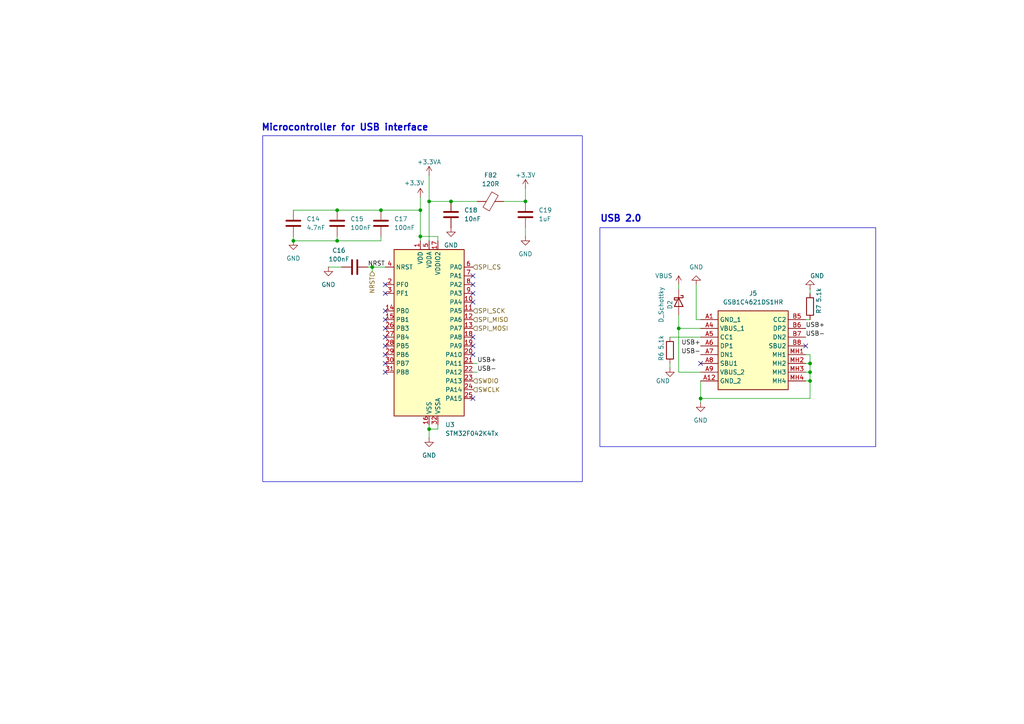
<source format=kicad_sch>
(kicad_sch (version 20250114) (generator "eeschema") (generator_version "9.0")
  (paper "A4")
  (title_block (title "TMR based triple USB Keyboard") (date "2025-12-28") (rev "v1") (company "Ryzzen"))
  (lib_symbols
    (symbol "Device:C" (pin_numbers (hide yes)) (pin_names (offset 0.254))
      (property "Reference" "C" (at 0.635 2.54 0))
      (property "Value" "C" (at 0.635 -2.54 0))
      (symbol "C_0_1"
        (polyline (pts (xy -2.032 0.762) (xy 2.032 0.762)) (stroke (width 0.508)))
        (polyline (pts (xy -2.032 -0.762) (xy 2.032 -0.762)) (stroke (width 0.508)))
      )
      (symbol "C_1_1"
        (pin passive line (at 0 3.81 270) (length 2.794) (name "~") (number "1"))
        (pin passive line (at 0 -3.81 90) (length 2.794) (name "~") (number "2"))
      )
    )
    (symbol "Device:D_Schottky" (pin_numbers (hide yes)) (pin_names (offset 1.016) (hide yes))
      (property "Reference" "D" (at 0 2.54 0))
      (property "Value" "D_Schottky" (at 0 -2.54 0))
      (symbol "D_Schottky_0_1"
        (polyline (pts (xy -1.905 0.635) (xy -1.905 1.27) (xy -1.27 1.27) (xy -1.27 -1.27) (xy -0.635 -1.27) (xy -0.635 -0.635)) (stroke (width 0.254)))
        (polyline (pts (xy 1.27 1.27) (xy 1.27 -1.27) (xy -1.27 0) (xy 1.27 1.27)) (stroke (width 0.254)))
        (polyline (pts (xy 1.27 0) (xy -1.27 0)))
      )
      (symbol "D_Schottky_1_1"
        (pin passive line (at -3.81 0 0) (length 2.54) (name "K") (number "1"))
        (pin passive line (at 3.81 0 180) (length 2.54) (name "A") (number "2"))
      )
    )
    (symbol "Device:FerriteBead" (pin_numbers (hide yes)) (pin_names (offset 0))
      (property "Reference" "FB" (at -3.81 0.635 90))
      (property "Value" "FerriteBead" (at 3.81 0 90))
      (symbol "FerriteBead_0_1"
        (polyline (pts (xy -2.7686 0.4064) (xy -1.7018 2.2606) (xy 2.7686 -0.3048) (xy 1.6764 -2.159) (xy -2.7686 0.4064)))
        (polyline (pts (xy 0 1.27) (xy 0 1.2954)))
        (polyline (pts (xy 0 -1.27) (xy 0 -1.2192)))
      )
      (symbol "FerriteBead_1_1"
        (pin passive line (at 0 3.81 270) (length 2.54) (name "~") (number "1"))
        (pin passive line (at 0 -3.81 90) (length 2.54) (name "~") (number "2"))
      )
    )
    (symbol "Device:R" (pin_numbers (hide yes)) (pin_names (offset 0))
      (property "Reference" "R" (at 2.032 0 90))
      (property "Value" "R" (at 0 0 90))
      (symbol "R_0_1"
        (rectangle (start -1.016 -2.54) (end 1.016 2.54) (stroke (width 0.254)))
      )
      (symbol "R_1_1"
        (pin passive line (at 0 3.81 270) (length 1.27) (name "~") (number "1"))
        (pin passive line (at 0 -3.81 90) (length 1.27) (name "~") (number "2"))
      )
    )
    (symbol "GSB1C4621DS1HR:GSB1C4621DS1HR"
      (property "Reference" "J" (at 26.67 7.62 0))
      (property "Value" "GSB1C4621DS1HR" (at 26.67 5.08 0))
      (symbol "GSB1C4621DS1HR_1_1"
        (rectangle (start 5.08 2.54) (end 25.4 -20.32) (stroke (width 0.254)) (fill (type background)))
        (pin passive line (at 0 0 0) (length 5.08) (name "GND_1") (number "A1"))
        (pin passive line (at 0 -2.54 0) (length 5.08) (name "VBUS_1") (number "A4"))
        (pin passive line (at 0 -5.08 0) (length 5.08) (name "CC1") (number "A5"))
        (pin passive line (at 0 -7.62 0) (length 5.08) (name "DP1") (number "A6"))
        (pin passive line (at 0 -10.16 0) (length 5.08) (name "DN1") (number "A7"))
        (pin passive line (at 0 -12.7 0) (length 5.08) (name "SBU1") (number "A8"))
        (pin passive line (at 0 -15.24 0) (length 5.08) (name "VBUS_2") (number "A9"))
        (pin passive line (at 0 -17.78 0) (length 5.08) (name "GND_2") (number "A12"))
        (pin passive line (at 30.48 0 180) (length 5.08) (name "CC2") (number "B5"))
        (pin passive line (at 30.48 -2.54 180) (length 5.08) (name "DP2") (number "B6"))
        (pin passive line (at 30.48 -5.08 180) (length 5.08) (name "DN2") (number "B7"))
        (pin passive line (at 30.48 -7.62 180) (length 5.08) (name "SBU2") (number "B8"))
        (pin passive line (at 30.48 -10.16 180) (length 5.08) (name "MH1") (number "MH1"))
        (pin passive line (at 30.48 -12.7 180) (length 5.08) (name "MH2") (number "MH2"))
        (pin passive line (at 30.48 -15.24 180) (length 5.08) (name "MH3") (number "MH3"))
        (pin passive line (at 30.48 -17.78 180) (length 5.08) (name "MH4") (number "MH4"))
      )
    )
    (symbol "MCU_ST_STM32F0:STM32F042K4Tx"
      (property "Reference" "U" (at -10.16 26.67 0))
      (property "Value" "STM32F042K4Tx" (at 5.08 26.67 0))
      (symbol "STM32F042K4Tx_0_1"
        (rectangle (start -10.16 -22.86) (end 10.16 25.4) (stroke (width 0.254)) (fill (type background)))
      )
      (symbol "STM32F042K4Tx_1_1"
        (pin input line (at -12.7 20.32 0) (length 2.54) (name "NRST") (number "4"))
        (pin bidirectional line (at -12.7 15.24 0) (length 2.54) (name "PF0") (number "2"))
        (pin bidirectional line (at -12.7 12.7 0) (length 2.54) (name "PF1") (number "3"))
        (pin bidirectional line (at -12.7 7.62 0) (length 2.54) (name "PB0") (number "14"))
        (pin bidirectional line (at -12.7 5.08 0) (length 2.54) (name "PB1") (number "15"))
        (pin bidirectional line (at -12.7 2.54 0) (length 2.54) (name "PB3") (number "26"))
        (pin bidirectional line (at -12.7 0 0) (length 2.54) (name "PB4") (number "27"))
        (pin bidirectional line (at -12.7 -2.54 0) (length 2.54) (name "PB5") (number "28"))
        (pin bidirectional line (at -12.7 -5.08 0) (length 2.54) (name "PB6") (number "29"))
        (pin bidirectional line (at -12.7 -7.62 0) (length 2.54) (name "PB7") (number "30"))
        (pin bidirectional line (at -12.7 -10.16 0) (length 2.54) (name "PB8") (number "31"))
        (pin power_in line (at -2.54 27.94 270) (length 2.54) (name "VDD") (number "1"))
        (pin power_in line (at 0 27.94 270) (length 2.54) (name "VDDA") (number "5"))
        (pin power_in line (at 0 -25.4 90) (length 2.54) (name "VSS") (number "16"))
        (pin power_in line (at 2.54 27.94 270) (length 2.54) (name "VDDIO2") (number "17"))
        (pin power_in line (at 2.54 -25.4 90) (length 2.54) (name "VSSA") (number "32"))
        (pin bidirectional line (at 12.7 20.32 180) (length 2.54) (name "PA0") (number "6"))
        (pin bidirectional line (at 12.7 17.78 180) (length 2.54) (name "PA1") (number "7"))
        (pin bidirectional line (at 12.7 15.24 180) (length 2.54) (name "PA2") (number "8"))
        (pin bidirectional line (at 12.7 12.7 180) (length 2.54) (name "PA3") (number "9"))
        (pin bidirectional line (at 12.7 10.16 180) (length 2.54) (name "PA4") (number "10"))
        (pin bidirectional line (at 12.7 7.62 180) (length 2.54) (name "PA5") (number "11"))
        (pin bidirectional line (at 12.7 5.08 180) (length 2.54) (name "PA6") (number "12"))
        (pin bidirectional line (at 12.7 2.54 180) (length 2.54) (name "PA7") (number "13"))
        (pin bidirectional line (at 12.7 0 180) (length 2.54) (name "PA8") (number "18"))
        (pin bidirectional line (at 12.7 -2.54 180) (length 2.54) (name "PA9") (number "19"))
        (pin bidirectional line (at 12.7 -5.08 180) (length 2.54) (name "PA10") (number "20"))
        (pin bidirectional line (at 12.7 -7.62 180) (length 2.54) (name "PA11") (number "21"))
        (pin bidirectional line (at 12.7 -10.16 180) (length 2.54) (name "PA12") (number "22"))
        (pin bidirectional line (at 12.7 -12.7 180) (length 2.54) (name "PA13") (number "23"))
        (pin bidirectional line (at 12.7 -15.24 180) (length 2.54) (name "PA14") (number "24"))
        (pin bidirectional line (at 12.7 -17.78 180) (length 2.54) (name "PA15") (number "25"))
      )
    )
    (symbol "power:+3.3V" (power) (pin_numbers (hide yes)) (pin_names (offset 0) (hide yes))
      (property "Value" "+3.3V" (at 0 3.556 0))
      (symbol "+3.3V_0_1"
        (polyline (pts (xy -0.762 1.27) (xy 0 2.54)))
        (polyline (pts (xy 0 2.54) (xy 0.762 1.27)))
        (polyline (pts (xy 0 0) (xy 0 2.54)))
      )
      (symbol "+3.3V_1_1"
        (pin power_in line (at 0 0 90) (length 0) (name "~") (number "1"))
      )
    )
    (symbol "power:+3.3VA" (power) (pin_numbers (hide yes)) (pin_names (offset 0) (hide yes))
      (property "Value" "+3.3VA" (at 0 3.556 0))
      (symbol "+3.3VA_0_1"
        (polyline (pts (xy -0.762 1.27) (xy 0 2.54)))
        (polyline (pts (xy 0 2.54) (xy 0.762 1.27)))
        (polyline (pts (xy 0 0) (xy 0 2.54)))
      )
      (symbol "+3.3VA_1_1"
        (pin power_in line (at 0 0 90) (length 0) (name "~") (number "1"))
      )
    )
    (symbol "power:GND" (power) (pin_numbers (hide yes)) (pin_names (offset 0) (hide yes))
      (property "Value" "GND" (at 0 -3.81 0))
      (symbol "GND_0_1"
        (polyline (pts (xy 0 0) (xy 0 -1.27) (xy 1.27 -1.27) (xy 0 -2.54) (xy -1.27 -1.27) (xy 0 -1.27)))
      )
      (symbol "GND_1_1"
        (pin power_in line (at 0 0 270) (length 0) (name "~") (number "1"))
      )
    )
    (symbol "power:VBUS" (power) (pin_numbers (hide yes)) (pin_names (offset 0) (hide yes))
      (property "Value" "VBUS" (at 0 3.556 0))
      (symbol "VBUS_0_1"
        (polyline (pts (xy -0.762 1.27) (xy 0 2.54)))
        (polyline (pts (xy 0 2.54) (xy 0.762 1.27)))
        (polyline (pts (xy 0 0) (xy 0 2.54)))
      )
      (symbol "VBUS_1_1"
        (pin power_in line (at 0 0 90) (length 0) (name "~") (number "1"))
      )
    )
  )
  (rectangle (start 76.2 39.37) (end 168.91 139.7))
  (rectangle (start 173.99 66.04) (end 254 129.54))
  (text "Microcontroller for USB interface" (at 100.076 37.084 0) (effects (font (size 1.905 1.905) (thickness 0.381) (bold yes))))
  (text "USB 2.0" (at 180.086 63.5 0) (effects (font (size 1.905 1.905) (thickness 0.381) (bold yes))))
  (junction (at 124.46 58.42))
  (junction (at 124.46 124.46))
  (junction (at 121.92 60.96))
  (junction (at 85.09 69.85))
  (junction (at 130.81 58.42))
  (junction (at 121.92 68.58))
  (junction (at 152.4 58.42))
  (junction (at 97.79 69.85))
  (junction (at 234.95 105.41))
  (junction (at 234.95 110.49))
  (junction (at 203.2 115.57))
  (junction (at 196.85 95.25))
  (junction (at 97.79 60.96))
  (junction (at 110.49 60.96))
  (junction (at 107.95 77.47))
  (junction (at 234.95 107.95))
  (no_connect (at 137.16 82.55))
  (no_connect (at 111.76 92.71))
  (no_connect (at 233.68 100.33))
  (no_connect (at 111.76 85.09))
  (no_connect (at 137.16 97.79))
  (no_connect (at 111.76 97.79))
  (no_connect (at 137.16 87.63))
  (no_connect (at 111.76 105.41))
  (no_connect (at 203.2 105.41))
  (no_connect (at 137.16 115.57))
  (no_connect (at 111.76 82.55))
  (no_connect (at 111.76 95.25))
  (no_connect (at 137.16 80.01))
  (no_connect (at 137.16 102.87))
  (no_connect (at 111.76 102.87))
  (no_connect (at 111.76 90.17))
  (no_connect (at 137.16 100.33))
  (no_connect (at 111.76 107.95))
  (no_connect (at 111.76 100.33))
  (no_connect (at 137.16 85.09))
  (wire (pts (xy 107.95 77.47) (xy 111.76 77.47)))
  (wire (pts (xy 130.81 58.42) (xy 138.43 58.42)))
  (wire (pts (xy 97.79 68.58) (xy 97.79 69.85)))
  (wire (pts (xy 234.95 83.82) (xy 234.95 85.09)))
  (wire (pts (xy 194.31 97.79) (xy 203.2 97.79)))
  (wire (pts (xy 196.85 95.25) (xy 196.85 107.95)))
  (wire (pts (xy 203.2 115.57) (xy 203.2 116.84)))
  (wire (pts (xy 203.2 115.57) (xy 234.95 115.57)))
  (wire (pts (xy 124.46 50.8) (xy 124.46 58.42)))
  (wire (pts (xy 196.85 95.25) (xy 203.2 95.25)))
  (wire (pts (xy 196.85 107.95) (xy 203.2 107.95)))
  (wire (pts (xy 85.09 68.58) (xy 85.09 69.85)))
  (wire (pts (xy 234.95 105.41) (xy 234.95 107.95)))
  (wire (pts (xy 233.68 107.95) (xy 234.95 107.95)))
  (wire (pts (xy 146.05 58.42) (xy 152.4 58.42)))
  (wire (pts (xy 234.95 102.87) (xy 234.95 105.41)))
  (wire (pts (xy 110.49 69.85) (xy 97.79 69.85)))
  (wire (pts (xy 201.93 82.55) (xy 201.93 92.71)))
  (wire (pts (xy 107.95 77.47) (xy 107.95 78.74)))
  (wire (pts (xy 127 124.46) (xy 124.46 124.46)))
  (wire (pts (xy 127 123.19) (xy 127 124.46)))
  (wire (pts (xy 121.92 60.96) (xy 121.92 68.58)))
  (wire (pts (xy 233.68 92.71) (xy 234.95 92.71)))
  (wire (pts (xy 233.68 102.87) (xy 234.95 102.87)))
  (wire (pts (xy 203.2 92.71) (xy 201.93 92.71)))
  (wire (pts (xy 121.92 57.15) (xy 121.92 60.96)))
  (wire (pts (xy 124.46 58.42) (xy 130.81 58.42)))
  (wire (pts (xy 196.85 91.44) (xy 196.85 95.25)))
  (wire (pts (xy 233.68 105.41) (xy 234.95 105.41)))
  (wire (pts (xy 97.79 69.85) (xy 85.09 69.85)))
  (wire (pts (xy 106.68 77.47) (xy 107.95 77.47)))
  (wire (pts (xy 124.46 123.19) (xy 124.46 124.46)))
  (wire (pts (xy 97.79 60.96) (xy 110.49 60.96)))
  (wire (pts (xy 121.92 68.58) (xy 121.92 69.85)))
  (wire (pts (xy 137.16 107.95) (xy 138.43 107.95)))
  (wire (pts (xy 127 69.85) (xy 127 68.58)))
  (wire (pts (xy 85.09 60.96) (xy 97.79 60.96)))
  (wire (pts (xy 196.85 82.55) (xy 196.85 83.82)))
  (wire (pts (xy 138.43 105.41) (xy 137.16 105.41)))
  (wire (pts (xy 121.92 68.58) (xy 127 68.58)))
  (wire (pts (xy 124.46 124.46) (xy 124.46 127)))
  (wire (pts (xy 234.95 107.95) (xy 234.95 110.49)))
  (wire (pts (xy 110.49 68.58) (xy 110.49 69.85)))
  (wire (pts (xy 152.4 66.04) (xy 152.4 68.58)))
  (wire (pts (xy 152.4 54.61) (xy 152.4 58.42)))
  (wire (pts (xy 110.49 60.96) (xy 121.92 60.96)))
  (wire (pts (xy 194.31 106.68) (xy 194.31 105.41)))
  (wire (pts (xy 124.46 58.42) (xy 124.46 69.85)))
  (wire (pts (xy 203.2 110.49) (xy 203.2 115.57)))
  (wire (pts (xy 234.95 110.49) (xy 234.95 115.57)))
  (wire (pts (xy 95.25 77.47) (xy 99.06 77.47)))
  (wire (pts (xy 233.68 110.49) (xy 234.95 110.49)))
  (label "USB+" (at 138.43 105.41 0))
  (label "NRST" (at 106.68 77.47 0))
  (label "USB+" (at 233.68 95.25 0))
  (label "USB-" (at 138.43 107.95 0))
  (label "USB-" (at 233.68 97.79 0))
  (label "USB+" (at 203.2 100.33 180))
  (label "USB-" (at 203.2 102.87 180))
  (hierarchical_label "SWCLK" (shape input) (at 137.16 113.03 0))
  (hierarchical_label "SPI_SCK" (shape input) (at 137.16 90.17 0))
  (hierarchical_label "SPI_CS" (shape input) (at 137.16 77.47 0))
  (hierarchical_label "SPI_MOSI" (shape input) (at 137.16 95.25 0))
  (hierarchical_label "SWDIO" (shape input) (at 137.16 110.49 0))
  (hierarchical_label "SPI_MISO" (shape input) (at 137.16 92.71 0))
  (hierarchical_label "NRST" (shape input) (at 107.95 78.74 270))
  (symbol (lib_id "Device:C") (at 97.79 64.77 0) (unit 1)
    (property "Reference" "C15" (at 101.6 63.4999 0) (effects (justify left)))
    (property "Value" "100nF" (at 101.6 66.0399 0) (effects (justify left)))
    (property "Footprint" "Capacitor_SMD:C_0603_1608Metric_Pad1.08x0.95mm_HandSolder" (effects (hide yes)))
    (property "Description" "Unpolarized capacitor" (effects (hide yes)))
    (instances (project "RyzzenKeyboard" (path "" (reference "C15") (unit 1)) (path "" (reference "C64") (unit 1)) (path "" (reference "C82") (unit 1))))
  )
  (symbol (lib_id "Device:C") (at 102.87 77.47 90) (unit 1)
    (property "Reference" "C16" (at 98.298 72.644 90))
    (property "Value" "100nF" (at 98.298 75.184 90))
    (property "Footprint" "Capacitor_SMD:C_0603_1608Metric_Pad1.08x0.95mm_HandSolder" (effects (hide yes)))
    (property "Description" "Unpolarized capacitor" (effects (hide yes)))
    (instances (project "RyzzenKeyboard" (path "" (reference "C16") (unit 1)) (path "" (reference "C65") (unit 1)) (path "" (reference "C83") (unit 1))))
  )
  (symbol (lib_id "power:+3.3V") (at 152.4 54.61 0) (unit 1)
    (property "Reference" "#PWR046" (effects (hide yes)))
    (property "Value" "+3.3V" (at 152.4 50.8 0))
    (property "Description" "Power symbol creates a global label with name \"+3.3V\"" (effects (hide yes)))
    (instances (project "RyzzenKeyboard" (path "" (reference "#PWR046") (unit 1)) (path "" (reference "#PWR059") (unit 1)) (path "" (reference "#PWR072") (unit 1))))
  )
  (symbol (lib_id "power:GND") (at 203.2 116.84 0) (unit 1)
    (property "Reference" "#PWR051" (effects (hide yes)))
    (property "Value" "GND" (at 203.2 121.92 0))
    (property "Description" "Power symbol creates a global label with name \"GND\" , ground" (effects (hide yes)))
    (instances (project "RyzzenKeyboard" (path "" (reference "#PWR051") (unit 1)) (path "" (reference "#PWR064") (unit 1)) (path "" (reference "#PWR077") (unit 1))))
  )
  (symbol (lib_id "Device:C") (at 110.49 64.77 0) (unit 1)
    (property "Reference" "C17" (at 114.3 63.4999 0) (effects (justify left)))
    (property "Value" "100nF" (at 114.3 66.0399 0) (effects (justify left)))
    (property "Footprint" "Capacitor_SMD:C_0603_1608Metric_Pad1.08x0.95mm_HandSolder" (effects (hide yes)))
    (property "Description" "Unpolarized capacitor" (effects (hide yes)))
    (instances (project "RyzzenKeyboard" (path "" (reference "C17") (unit 1)) (path "" (reference "C66") (unit 1)) (path "" (reference "C84") (unit 1))))
  )
  (symbol (lib_id "power:GND") (at 124.46 127 0) (unit 1)
    (property "Reference" "#PWR044" (effects (hide yes)))
    (property "Value" "GND" (at 124.46 132.08 0))
    (property "Description" "Power symbol creates a global label with name \"GND\" , ground" (effects (hide yes)))
    (instances (project "RyzzenKeyboard" (path "" (reference "#PWR044") (unit 1)) (path "" (reference "#PWR057") (unit 1)) (path "" (reference "#PWR070") (unit 1))))
  )
  (symbol (lib_id "power:+3.3VA") (at 124.46 50.8 0) (unit 1)
    (property "Reference" "#PWR043" (effects (hide yes)))
    (property "Value" "+3.3VA" (at 124.46 46.99 0))
    (property "Description" "Power symbol creates a global label with name \"+3.3VA\"" (effects (hide yes)))
    (instances (project "RyzzenKeyboard" (path "" (reference "#PWR043") (unit 1)) (path "" (reference "#PWR056") (unit 1)) (path "" (reference "#PWR069") (unit 1))))
  )
  (symbol (lib_id "Device:D_Schottky") (at 196.85 87.63 270) (unit 1)
    (property "Reference" "D2" (at 194.31 88.392 0))
    (property "Value" "D_Schottky" (at 191.77 88.392 0))
    (property "Footprint" "CUHS20S30:CUHS20S40H3F" (effects (hide yes)))
    (property "Description" "Schottky diode" (effects (hide yes)))
    (instances (project "RyzzenKeyboard" (path "" (reference "D2") (unit 1)) (path "" (reference "D5") (unit 1)) (path "" (reference "D18") (unit 1))))
  )
  (symbol (lib_id "power:VBUS") (at 196.85 82.55 0) (unit 1)
    (property "Reference" "#PWR049" (effects (hide yes)))
    (property "Value" "VBUS" (at 192.532 80.01 0))
    (property "Description" "Power symbol creates a global label with name \"VBUS\"" (effects (hide yes)))
    (instances (project "RyzzenKeyboard" (path "" (reference "#PWR049") (unit 1)) (path "" (reference "#PWR062") (unit 1)) (path "" (reference "#PWR075") (unit 1))))
  )
  (symbol (lib_id "Device:R") (at 234.95 88.9 0) (unit 1)
    (property "Reference" "R7" (at 237.49 89.662 90))
    (property "Value" "5.1k" (at 237.49 85.598 90))
    (property "Footprint" "Resistor_SMD:R_0603_1608Metric_Pad0.98x0.95mm_HandSolder" (effects (hide yes)))
    (property "Description" "Resistor" (effects (hide yes)))
    (instances (project "RyzzenKeyboard" (path "" (reference "R7") (unit 1)) (path "" (reference "R12") (unit 1)) (path "" (reference "R14") (unit 1))))
  )
  (symbol (lib_id "Device:FerriteBead") (at 142.24 58.42 270) (unit 1)
    (property "Reference" "FB2" (at 142.2908 50.8 90))
    (property "Value" "120R" (at 142.2908 53.34 90))
    (property "Footprint" "BLM21PG121SN1D:BLM21AG102BH1J" (effects (hide yes)))
    (property "Description" "Ferrite bead" (effects (hide yes)))
    (instances (project "RyzzenKeyboard" (path "" (reference "FB2") (unit 1)) (path "" (reference "FB3") (unit 1)) (path "" (reference "FB4") (unit 1))))
  )
  (symbol (lib_id "Device:R") (at 194.31 101.6 180) (unit 1)
    (property "Reference" "R6" (at 191.77 103.378 90))
    (property "Value" "5.1k" (at 191.77 99.314 90))
    (property "Footprint" "Resistor_SMD:R_0603_1608Metric_Pad0.98x0.95mm_HandSolder" (effects (hide yes)))
    (property "Description" "Resistor" (effects (hide yes)))
    (instances (project "RyzzenKeyboard" (path "" (reference "R6") (unit 1)) (path "" (reference "R11") (unit 1)) (path "" (reference "R13") (unit 1))))
  )
  (symbol (lib_id "power:GND") (at 234.95 83.82 180) (unit 1)
    (property "Reference" "#PWR052" (effects (hide yes)))
    (property "Value" "GND" (at 234.9501 80.01 0) (effects (justify right)))
    (property "Description" "Power symbol creates a global label with name \"GND\" , ground" (effects (hide yes)))
    (instances (project "RyzzenKeyboard" (path "" (reference "#PWR052") (unit 1)) (path "" (reference "#PWR065") (unit 1)) (path "" (reference "#PWR078") (unit 1))))
  )
  (symbol (lib_id "Device:C") (at 130.81 62.23 0) (unit 1)
    (property "Reference" "C18" (at 134.62 60.9599 0) (effects (justify left)))
    (property "Value" "10nF" (at 134.62 63.4999 0) (effects (justify left)))
    (property "Footprint" "Capacitor_SMD:C_0603_1608Metric_Pad1.08x0.95mm_HandSolder" (effects (hide yes)))
    (property "Description" "Unpolarized capacitor" (effects (hide yes)))
    (instances (project "RyzzenKeyboard" (path "" (reference "C18") (unit 1)) (path "" (reference "C67") (unit 1)) (path "" (reference "C85") (unit 1))))
  )
  (symbol (lib_id "Device:C") (at 85.09 64.77 0) (unit 1)
    (property "Reference" "C14" (at 88.9 63.4999 0) (effects (justify left)))
    (property "Value" "4.7nF" (at 88.9 66.0399 0) (effects (justify left)))
    (property "Footprint" "Capacitor_SMD:C_0603_1608Metric_Pad1.08x0.95mm_HandSolder" (effects (hide yes)))
    (property "Description" "Unpolarized capacitor" (effects (hide yes)))
    (instances (project "RyzzenKeyboard" (path "" (reference "C14") (unit 1)) (path "" (reference "C63") (unit 1)) (path "" (reference "C81") (unit 1))))
  )
  (symbol (lib_id "MCU_ST_STM32F0:STM32F042K4Tx") (at 124.46 97.79 0) (unit 1)
    (property "Reference" "U3" (at 129.1433 123.19 0) (effects (justify left)))
    (property "Value" "STM32F042K4Tx" (at 129.1433 125.73 0) (effects (justify left)))
    (property "Footprint" "Package_QFP:LQFP-32_7x7mm_P0.8mm" (effects (hide yes)))
    (property "Datasheet" "https://www.st.com/resource/en/datasheet/stm32f042k4.pdf" (effects (hide yes)))
    (property "Description" "STMicroelectronics Arm Cortex-M0 MCU, 16KB flash, 6KB RAM, 48 MHz, 2.0-3.6V, 26 GPIO, LQFP32" (effects (hide yes)))
    (instances (project "RyzzenKeyboard" (path "" (reference "U3") (unit 1)) (path "" (reference "U4") (unit 1)) (path "" (reference "U5") (unit 1))))
  )
  (symbol (lib_id "Device:C") (at 152.4 62.23 0) (unit 1)
    (property "Reference" "C19" (at 156.21 60.9599 0) (effects (justify left)))
    (property "Value" "1uF" (at 156.21 63.4999 0) (effects (justify left)))
    (property "Footprint" "Capacitor_SMD:C_0603_1608Metric_Pad1.08x0.95mm_HandSolder" (effects (hide yes)))
    (property "Description" "Unpolarized capacitor" (effects (hide yes)))
    (instances (project "RyzzenKeyboard" (path "" (reference "C19") (unit 1)) (path "" (reference "C68") (unit 1)) (path "" (reference "C86") (unit 1))))
  )
  (symbol (lib_id "power:+3.3V") (at 121.92 57.15 0) (unit 1)
    (property "Reference" "#PWR042" (effects (hide yes)))
    (property "Value" "+3.3V" (at 120.142 53.086 0))
    (property "Description" "Power symbol creates a global label with name \"+3.3V\"" (effects (hide yes)))
    (instances (project "RyzzenKeyboard" (path "" (reference "#PWR042") (unit 1)) (path "" (reference "#PWR055") (unit 1)) (path "" (reference "#PWR068") (unit 1))))
  )
  (symbol (lib_id "power:GND") (at 194.31 106.68 0) (unit 1)
    (property "Reference" "#PWR048" (effects (hide yes)))
    (property "Value" "GND" (at 194.3099 110.49 0) (effects (justify right)))
    (property "Description" "Power symbol creates a global label with name \"GND\" , ground" (effects (hide yes)))
    (instances (project "RyzzenKeyboard" (path "" (reference "#PWR048") (unit 1)) (path "" (reference "#PWR061") (unit 1)) (path "" (reference "#PWR074") (unit 1))))
  )
  (symbol (lib_id "power:GND") (at 130.81 66.04 0) (unit 1)
    (property "Reference" "#PWR045" (effects (hide yes)))
    (property "Value" "GND" (at 130.81 71.12 0))
    (property "Description" "Power symbol creates a global label with name \"GND\" , ground" (effects (hide yes)))
    (instances (project "RyzzenKeyboard" (path "" (reference "#PWR045") (unit 1)) (path "" (reference "#PWR058") (unit 1)) (path "" (reference "#PWR071") (unit 1))))
  )
  (symbol (lib_id "power:GND") (at 152.4 68.58 0) (unit 1)
    (property "Reference" "#PWR047" (effects (hide yes)))
    (property "Value" "GND" (at 152.4 73.66 0))
    (property "Description" "Power symbol creates a global label with name \"GND\" , ground" (effects (hide yes)))
    (instances (project "RyzzenKeyboard" (path "" (reference "#PWR047") (unit 1)) (path "" (reference "#PWR060") (unit 1)) (path "" (reference "#PWR073") (unit 1))))
  )
  (symbol (lib_id "GSB1C4621DS1HR:GSB1C4621DS1HR") (at 203.2 92.71 0) (unit 1)
    (property "Reference" "J5" (at 218.44 85.09 0))
    (property "Value" "GSB1C4621DS1HR" (at 218.44 87.63 0))
    (property "Footprint" "GSB1C4621DS1HR:GSB1C4621DS1HR" (effects (hide yes)))
    (property "Datasheet" "https://cdn.amphenol-cs.com/media/wysiwyg/files/drawing/gsb1c46x1ds1hr.pdf" (effects (hide yes)))
    (property "Description" "USB 2.0, Type C, Mid mount, CH 0.58mm, Single Row Surface Mount" (effects (hide yes)))
    (property "Height" "3.36" (effects (hide yes)))
    (property "Manufacturer_Name" "Amphenol Communications Solutions" (effects (hide yes)))
    (property "Manufacturer_Part_Number" "GSB1C4621DS1HR" (effects (hide yes)))
    (instances (project "RyzzenKeyboard" (path "" (reference "J5") (unit 1)) (path "" (reference "J6") (unit 1)) (path "" (reference "J7") (unit 1))))
  )
  (symbol (lib_id "power:GND") (at 85.09 69.85 0) (unit 1)
    (property "Reference" "#PWR040" (effects (hide yes)))
    (property "Value" "GND" (at 85.09 74.93 0))
    (property "Description" "Power symbol creates a global label with name \"GND\" , ground" (effects (hide yes)))
    (instances (project "RyzzenKeyboard" (path "" (reference "#PWR040") (unit 1)) (path "" (reference "#PWR053") (unit 1)) (path "" (reference "#PWR066") (unit 1))))
  )
  (symbol (lib_id "power:GND") (at 95.25 77.47 0) (unit 1)
    (property "Reference" "#PWR041" (effects (hide yes)))
    (property "Value" "GND" (at 95.25 82.55 0))
    (property "Description" "Power symbol creates a global label with name \"GND\" , ground" (effects (hide yes)))
    (instances (project "RyzzenKeyboard" (path "" (reference "#PWR041") (unit 1)) (path "" (reference "#PWR054") (unit 1)) (path "" (reference "#PWR067") (unit 1))))
  )
  (symbol (lib_id "power:GND") (at 201.93 82.55 180) (unit 1)
    (property "Reference" "#PWR050" (effects (hide yes)))
    (property "Value" "GND" (at 201.93 77.47 0))
    (property "Description" "Power symbol creates a global label with name \"GND\" , ground" (effects (hide yes)))
    (instances (project "RyzzenKeyboard" (path "" (reference "#PWR050") (unit 1)) (path "" (reference "#PWR063") (unit 1)) (path "" (reference "#PWR076") (unit 1))))
  )
)
</source>
